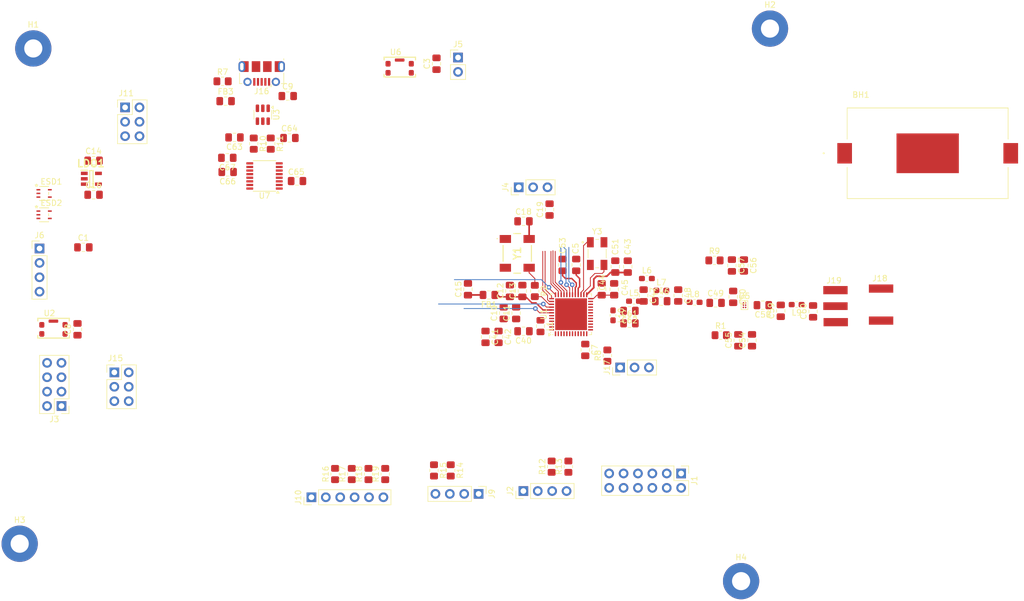
<source format=kicad_pcb>
(kicad_pcb (version 20240108) (generator "pcbnew") (generator_version "8.0")
  (layers (0 "F.Cu" signal) (1 "In1.Cu" signal) (2 "In2.Cu" signal) (31 "B.Cu" signal) (34 "B.Paste" user) (35 "F.Paste" user) (36 "B.SilkS" user "B.Silkscreen") (37 "F.SilkS" user "F.Silkscreen") (38 "B.Mask" user) (39 "F.Mask" user) (44 "Edge.Cuts" user))
  (net 0 "")
  (net 1 "Net-(BH1-+)")
  (net 2 "GND")
  (net 4 "+3.3V")
  (net 5 "Net-(J5-Pin_1)")
  (net 6 "/NRST")
  (net 7 "/VBUS_5V")
  (net 8 "+3.3VA")
  (net 9 "+5V")
  (net 10 "/LD_OUT_3V3")
  (net 11 "/VBAT")
  (net 12 "/VFBSMPS")
  (net 13 "/VR_PA")
  (net 14 "/RF2_3")
  (net 15 "/RF2_4")
  (net 16 "/RF2_1")
  (net 17 "/RF2_2")
  (net 18 "/VDD")
  (net 19 "/CTRL")
  (net 20 "/RFIN_1")
  (net 21 "/RFIN")
  (net 22 "/RFIN_2")
  (net 23 "/RFI_P")
  (net 24 "/RF1")
  (net 25 "/RFI_N")
  (net 26 "/USB_D+")
  (net 27 "/USB_D-")
  (net 28 "Net-(U7-3V3OUT)")
  (net 29 "/VBUS_5V_FB")
  (net 30 "/PC_5V")
  (net 31 "/5V_SW")
  (net 33 "/3V3_SW")
  (net 35 "/PC_3V3")
  (net 36 "/PA7")
  (net 37 "/PB2")
  (net 38 "/PA9")
  (net 39 "/PA0")
  (net 40 "/PB0")
  (net 41 "/PB12")
  (net 42 "/PA15")
  (net 43 "/PA5")
  (net 44 "/PB4")
  (net 45 "/PC15-OSC32_OUT")
  (net 46 "/PA8_MCO")
  (net 47 "Net-(J2-Pin_3)")
  (net 48 "Net-(J2-Pin_4)")
  (net 49 "/PA13_SWDIO")
  (net 50 "/PB3_SWO")
  (net 51 "/PA14_SWCLK")
  (net 52 "Net-(J9-Pin_3)")
  (net 53 "Net-(J9-Pin_4)")
  (net 54 "Net-(J10-Pin_5)")
  (net 55 "Net-(J10-Pin_6)")
  (net 56 "Net-(J10-Pin_4)")
  (net 57 "Net-(J10-Pin_3)")
  (net 58 "Net-(J16-ID)")
  (net 59 "/USB_D2-")
  (net 60 "/USB_D2+")
  (net 61 "/BOOT0J")
  (net 62 "/VLXSMPS")
  (net 63 "/RFO_HP")
  (net 65 "Net-(Y1-OUTPUT)")
  (net 66 "/PC14-OSC32_IN")
  (net 67 "/BOOT0")
  (net 68 "/PC13")
  (net 69 "/USBDP")
  (net 70 "/USBDM")
  (net 71 "/PA2_LPUART1_TX")
  (net 72 "/PA3_LPUART1_RX")
  (net 73 "/PB7_I2C1_SDA")
  (net 74 "/PB8_I2C1_SCL")
  (net 75 "/PA1_SPI1_SCK")
  (net 76 "/PA4_SPI1_NSS")
  (net 77 "/PA6_SPI1_MISO")
  (net 78 "/PB5_SPI1_MOSI")
  (net 79 "/PA10_USART1_RX")
  (net 80 "/PB6_USART1_TX")
  (net 81 "/PA12_USART1_RTS")
  (net 83 "/PH1-OSC_OUT")
  (net 84 "/PA11_USART1_CTS")
  (net 85 "/PH0-OSC_IN")
  (footprint "Personal_Project:SMA Clip Mount Adapter (bottom)" (layer "F.Cu") (at 209.4 77.4)
    (property "Reference" "J18")
    (property "Value" "~")
  )
  (footprint "Personal_Project:SOT323-5L_STM-L" (layer "F.Cu") (at 61.70965 61.549999)
    (property "Reference" "ESD2")
    (property "Value" "ESDALC6V1W5")
  )
  (footprint "Capacitor_SMD:C_0805_2012Metric_Pad1.18x1.45mm_HandSolder" (layer "F.Cu") (at 165 78.5 180)
    (property "Reference" "C62")
    (property "Value" "18p_GJM1555C1H120FB01")
  )
  (footprint "Resistor_SMD:R_0805_2012Metric_Pad1.20x1.40mm_HandSolder" (layer "F.Cu") (at 101.7 49 -90)
    (property "Reference" "R11")
    (property "Value" "27")
  )
  (footprint "Inductor_SMD:L_0603_1608Metric_Pad1.05x0.95mm_HandSolder" (layer "F.Cu") (at 165.8 76.8)
    (property "Reference" "L5")
    (property "Value" "6n8_LQW18AN6N8C00")
  )
  (footprint "Capacitor_SMD:C_0805_2012Metric_Pad1.18x1.45mm_HandSolder" (layer "F.Cu") (at 141.9 83.1 -90)
    (property "Reference" "C42")
    (property "Value" "100n")
  )
  (footprint "Capacitor_SMD:C_0805_2012Metric_Pad1.18x1.45mm_HandSolder" (layer "F.Cu") (at 67.6 81.7625 90)
    (property "Reference" "C8")
    (property "Value" "1uF")
  )
  (footprint "Capacitor_SMD:C_0805_2012Metric_Pad1.18x1.45mm_HandSolder" (layer "F.Cu") (at 139.6 83.1 -90)
    (property "Reference" "C41")
    (property "Value" "4u7")
  )
  (footprint "Capacitor_SMD:C_0805_2012Metric_Pad1.18x1.45mm_HandSolder" (layer "F.Cu") (at 70.4375 58.02)
    (property "Reference" "C16")
    (property "Value" "1u")
  )
  (footprint "Resistor_SMD:R_0805_2012Metric_Pad1.20x1.40mm_HandSolder" (layer "F.Cu") (at 121.9 107.3 90)
    (property "Reference" "R19")
    (property "Value" "100R")
  )
  (footprint "Resistor_SMD:R_0805_2012Metric_Pad1.20x1.40mm_HandSolder" (layer "F.Cu") (at 161.1 86.4 90)
    (property "Reference" "R8")
    (property "Value" "1k")
  )
  (footprint "Capacitor_SMD:C_0805_2012Metric_Pad1.18x1.45mm_HandSolder" (layer "F.Cu") (at 136.5 74.7 90)
    (property "Reference" "C15")
    (property "Value" "1u")
  )
  (footprint "Connector_PinHeader_2.54mm:PinHeader_1x03_P2.54mm_Vertical" (layer "F.Cu") (at 145.46 56.7 90)
    (property "Reference" "J4")
    (property "Value" "Coin Battery Jumper")
  )
  (footprint "Resistor_SMD:R_0805_2012Metric_Pad1.20x1.40mm_HandSolder" (layer "F.Cu") (at 116 107.3 90)
    (property "Reference" "R17")
    (property "Value" "100R")
  )
  (footprint "Capacitor_SMD:C_0805_2012Metric_Pad1.18x1.45mm_HandSolder" (layer "F.Cu") (at 160.1 74.7 90)
    (property "Reference" "C44")
    (property "Value" "47n")
  )
  (footprint "Personal_Project:PinHeader_2x03_P2.54mm_Vertical_PINS" (layer "F.Cu") (at 77.22 45.135)
    (property "Reference" "J11")
    (property "Value" "Power Select Jumpers")
  )
  (footprint "Capacitor_SMD:C_0805_2012Metric_Pad1.18x1.45mm_HandSolder" (layer "F.Cu") (at 143.9 75 90)
    (property "Reference" "C12")
    (property "Value" "100n")
  )
  (footprint "Capacitor_SMD:C_0805_2012Metric_Pad1.18x1.45mm_HandSolder" (layer "F.Cu") (at 183.075 70.5 -90)
    (property "Reference" "C57")
    (property "Value" "1n")
  )
  (footprint "Capacitor_SMD:C_0805_2012Metric_Pad1.18x1.45mm_HandSolder" (layer "F.Cu") (at 157.2 85.4 -90)
    (property "Reference" "C7")
    (property "Value" "100n")
  )
  (footprint "Package_SO:SSOP-16_3.9x4.9mm_P0.635mm" (layer "F.Cu") (at 100.6 54.7 180)
    (property "Reference" "U7")
    (property "Value" "FT230XS")
  )
  (footprint "Connector_PinHeader_2.54mm:PinHeader_1x02_P2.54mm_Vertical" (layer "F.Cu") (at 134.75 33.8)
    (property "Reference" "J5")
    (property "Value" "User Button Jumper")
  )
  (footprint "Resistor_SMD:R_0805_2012Metric_Pad1.20x1.40mm_HandSolder" (layer "F.Cu") (at 154.22 106 90)
    (property "Reference" "R13")
    (property "Value" "100R")
  )
  (footprint "MountingHole:MountingHole_3.2mm_M3_Pad" (layer "F.Cu") (at 57.4 119.6)
    (property "Reference" "H3")
    (property "Value" "MountingHole_Pad")
  )
  (footprint "Capacitor_SMD:C_0805_2012Metric_Pad1.18x1.45mm_HandSolder" (layer "F.Cu") (at 130.95 34.9 90)
    (property "Reference" "C3")
    (property "Value" "1uF")
  )
  (footprint "Capacitor_SMD:C_0805_2012Metric_Pad1.18x1.45mm_HandSolder" (layer "F.Cu") (at 105 48)
    (property "Reference" "C64")
    (property "Value" "47p")
  )
  (footprint "Connector_USB:USB_Micro-B_Molex-105017-0001" (layer "F.Cu") (at 100.1 36.6375 180)
    (property "Reference" "J16")
    (property "Value" "USB_B_Micro")
  )
  (footprint "Personal_Project:PinHeader_2x03_P2.54mm_Vertical_PINS" (layer "F.Cu") (at 75.32 91.895)
    (property "Reference" "J15")
    (property "Value" "Power Select Jumpers")
  )
  (footprint "Capacitor_SMD:C_0805_2012Metric_Pad1.18x1.45mm_HandSolder" (layer "F.Cu") (at 94.1 54 180)
    (property "Reference" "C66")
    (property "Value" "100n")
  )
  (footprint "MountingHole:MountingHole_3.2mm_M3_Pad" (layer "F.Cu") (at 184.7 126.2)
    (property "Reference" "H4")
    (property "Value" "MountingHole_Pad")
  )
  (footprint "Connector_PinHeader_2.54mm:PinHeader_1x04_P2.54mm_Vertical" (layer "F.Cu") (at 60.9 67.5)
    (property "Reference" "J6")
    (property "Value" "Power Pins")
  )
  (footprint "Personal_Project:Clock_ECS327MVATX7CNTR" (layer "F.Cu") (at 145.2 68.36 -90)
    (property "Reference" "Y1")
    (property "Value" "Clock_ECS-327MVATX-7-CN-TR" (hide yes))
  )
  (footprint "Connector_PinHeader_2.54mm:PinHeader_1x06_P2.54mm_Vertical" (layer "F.Cu") (at 108.88 111.4 90)
    (property "Reference" "J10")
    (property "Value" "SPI1_Headers")
  )
  (footprint "Personal_Project:Button_KMR231GLFS" (layer "F.Cu") (at 121.95 37)
    (property "Reference" "U6")
    (property "Value" "~")
  )
  (footprint "Resistor_SMD:R_0805_2012Metric_Pad1.20x1.40mm_HandSolder" (layer "F.Cu") (at 93.2 38)
    (property "Reference" "R7")
    (property "Value" "100k")
  )
  (footprint "Resistor_SMD:R_0805_2012Metric_Pad1.20x1.40mm_HandSolder" (layer "F.Cu") (at 113.05 107.3 90)
    (property "Reference" "R16")
    (property "Value" "100R")
  )
  (footprint "Connector_PinHeader_2.54mm:PinHeader_1x03_P2.54mm_Vertical" (layer "F.Cu") (at 163.36 88.5 90)
    (property "Reference" "J17")
    (property "Value" "BOOT0_Jumper")
  )
  (footprint "Resistor_SMD:R_0805_2012Metric_Pad1.20x1.40mm_HandSolder" (layer "F.Cu") (at 118.95 107.3 90)
    (property "Reference" "R18")
    (property "Value" "100R")
  )
  (footprint "Capacitor_SMD:C_0805_2012Metric_Pad1.18x1.45mm_HandSolder" (layer "F.Cu") (at 164.7 70.7 90)
    (property "Reference" "C43")
    (property "Value" "33p_GJM0335C1E330JB01D_MURATA")
  )
  (footprint "Capacitor_SMD:C_0805_2012Metric_Pad1.18x1.45mm_HandSolder" (layer "F.Cu") (at 180.2 77.1)
    (property "Reference" "C49")
    (property "Value" "220p_GRM1555C2A221GE01")
  )
  (footprint "Capacitor_SMD:C_0805_2012Metric_Pad1.18x1.45mm_HandSolder" (layer "F.Cu") (at 146.3 82.1 180)
    (property "Reference" "C40")
    (property "Value" "470n")
  )
  (footprint "Capacitor_SMD:C_0805_2012Metric_Pad1.18x1.45mm_HandSolder" (layer "F.Cu") (at 162.5 70.7 90)
    (property "Reference" "C51")
    (property "Value" "100n_FCC0402KRX7R7BB104")
  )
  (footprint "Capacitor_SMD:C_0805_2012Metric_Pad1.18x1.45mm_HandSolder" (layer "F.Cu") (at 95.3 47.9 180)
    (property "Reference" "C63")
    (property "Value" "47p")
  )
  (footprint "Capacitor_SMD:C_0805_2012Metric_Pad1.18x1.45mm_HandSolder" (layer "F.Cu") (at 191.7 78.5 90)
    (property "Reference" "C59")
    (property "Value" "22p_GJM1555C1H220FB01")
  )
  (footprint "Capacitor_SMD:C_0805_2012Metric_Pad1.18x1.45mm_HandSolder" (layer "F.Cu") (at 185.2 70.5 -90)
    (property "Reference" "C56")
    (property "Value" "10p")
  )
  (footprint "Capacitor_SMD:C_0805_2012Metric_Pad1.18x1.45mm_HandSolder" (layer "F.Cu") (at 104.7 40.6)
    (property "Reference" "C9")
    (property "Value" "10p")
  )
  (footprint "Capacitor_SMD:C_0805_2012Metric_Pad1.18x1.45mm_HandSolder" (layer "F.Cu") (at 145 78.9 90)
    (property "Reference" "C11")
    (property "Value" "100n")
  )
  (footprint "Personal_Project:Battery_Holder_1060TR" (layer "F.Cu") (at 217.625 50.7)
    (property "Reference" "BH1")
    (property "Value" "Battery_Holder_1060TR" (hide yes))
  )
  (footprint "Personal_Project:XTAL_ABM3B-32.000MHZ-10-R30-B1U-T" (layer "F.Cu") (at 159.3 68.4)
    (property "Reference" "Y3")
    (property "Value" "ABM3B-32.000MHZ-8-R30-B1U-T")
  )
  (footprint "Resistor_SMD:R_0805_2012Metric_Pad1.20x1.40mm_HandSolder" (layer "F.Cu") (at 98.7 49 -90)
    (property "Reference" "R10")
    (property "Value" "27")
  )
  (footprint "Package_TO_SOT_SMD:SOT-23-6" (layer "F.Cu") (at 100.3 43.9 -90)
    (property "Reference" "U3")
    (property "Value" "USBLC6-2SC6")
  )
  (footprint "Resistor_SMD:R_0805_2012Metric_Pad1.20x1.40mm_HandSolder" (layer "F.Cu") (at 148.3 75 -90)
    (property "Reference" "R2")
    (property "Value" "10R")
  )
  (footprint "Capacitor_SMD:C_0805_2012Metric_Pad1.18x1.45mm_HandSolder" (layer "F.Cu") (at 165 80.7)
    (property "Reference" "C61")
    (property "Value" "15p_GJM1555C1H150FB01")
  )
  (footprint "Capacitor_SMD:C_0805_2012Metric_Pad1.18x1.45mm_HandSolder" (layer "F.Cu") (at 153.2 70.4 90)
    (property "Reference" "C53")
    (property "Value" "33p_GJM0335C1E330JB01D_MURATA")
  )
  (footprint "Connector_PinHeader_2.54mm:PinHeader_1x04_P2.54mm_Vertical" (layer "F.Cu") (at 138.38 110.8 -90)
    (property "Reference" "J9")
    (property "Value" "I2C1_Headers")
  )
  (footprint "Personal_Project:SMA Clip Mount Adapter (top)" (layer "F.Cu") (at 201.3492 77.675)
    (property "Reference" "J19")
    (property "Value" "SMA PCB END LAUNCH JACK ROUND PO")
  )
  (footprint "Capacitor_SMD:C_0805_2012Metric_Pad1.18x1.45mm_HandSolder" (layer "F.Cu") (at 93.7375 41.5)
    (property "Reference" "FB3")
    (property "Value" "Part # MI0805K601R-10")
  )
  (footprint "Capacitor_SMD:C_0805_2012Metric_Pad1.18x1.45mm_HandSolder" (layer "F.Cu") (at 186.625 83.7 90)
    (property "Reference" "C54")
    (property "Value" "10p")
  )
  (footprint "Capacitor_SMD:C_0805_2012Metric_Pad1.18x1.45mm_HandSolder" (layer "F.Cu") (at 106.3375 55.6)
    (property "Reference" "C65")
    (property "Value" "100n")
  )
  (footprint "Inductor_SMD:L_0603_1608Metric_Pad1.05x0.95mm_HandSolder" (layer "F.Cu") (at 170.625 74.9)
    (property "Reference" "L7")
    (property "Value" "12n_LQW18AN12NG0Z")
  )
  (footprint "Capacitor_SMD:C_0805_2012Metric_Pad1.18x1.45mm_HandSolder" (layer "F.Cu") (at 173.6 75.8 -90)
    (property "Reference" "C48")
    (property "Value" "30p_GJM1555C1H300FB01")
  )
  (footprint "Inductor_SMD:L_0603_1608Metric_Pad1.05x0.95mm_HandSolder" (layer "F.Cu") (at 168.075 72.8)
    (property "Reference" "L6")
    (property "Value" "160n_LQW18ANR16G00")
  )
  (footprint "Resistor_SMD:R_0805_2012Metric_Pad1.20x1.40mm_HandSolder" (layer "F.Cu") (at 180 69.6)
    (property "Reference" "R9")
    (property "Value" "100R")
  )
  (footprint "Inductor_SMD:L_0603_1608Metric_Pad1.05x0.95mm_HandSolder" (layer "F.Cu") (at 162.1 79.3 -90)
    (property "Reference" "L10")
    (property "Value" "120n_LQW18ANR12G00")
  )
  (footprint "Capacitor_SMD:C_0805_2012Metric_Pad1.18x1.45mm_HandSolder" (layer "F.Cu") (at 70.4375 52)
    (property "Reference" "C14")
    (property "Value" "1u")
  )
  (footprint "Capacitor_SMD:C_0805_2012Metric_Pad1.18x1.45mm_HandSolder" (layer "F.Cu") (at 167.5 75.8 -90)
    (property "Reference" "C47")
    (property "Value" "18p_GJM1555C1H180FB01")
  )
  (footprint "Capacitor_SMD:C_0805_2012Metric_Pad1.18x1.45mm_HandSolder" (layer "F.Cu") (at 184.2 83.7 90)
    (property "Reference" "C55")
    (property "Value" "1n")
  )
  (footprint "Personal_Project:Button_KMR231GLFS" (layer "F.Cu") (at 60.85 83.075)
    (property "Reference" "U2")
    (property "Value" "~")
  )
  (footprint "Capacitor_SMD:C_0805_2012Metric_Pad1.18x1.45mm_HandSolder" (layer "F.Cu") (at 162.3 74.7 90)
    (property "Reference" "C45")
    (property "Value" "68p")
  )
  (footprint "Connector_PinHeader_2.54mm:PinHeader_2x06_P2.54mm_Vertical" (layer "F.Cu") (at 174.12 107.2 -90)
    (property "Reference" "J1")
    (property "Value" "Pin_Headers")
  )
  (footprint "Connector_PinHeader_2.54mm:PinHeader_1x04_P2.54mm_Vertical" (layer "F.Cu") (at 146.28 110.3 90)
    (property "Reference" "J2")
    (property "Value" "LPUART1_Headers")
  )
  (footprint "Capacitor_SMD:C_0805_2012Metric_Pad1.18x1.45mm_HandSolder" (layer "F.Cu") (at 183.3 76.0375 -90)
    (property "Reference" "C50")
    (property "Value" "18p_GJM1555C1H180FB01")
  )
  (footprint "MountingHole:MountingHole_3.2mm_M3_Pad" (layer "F.Cu") (at 189.8 28.7)
    (property "Reference" "H2")
    (property "Value" "MountingHole_Pad")
  )
  (footprint "Capacitor_SMD:C_0805_2012Metric_Pad1.18x1.45mm_HandSolder" (layer "F.Cu") (at 140.2 75.7 180)
    (property "Reference" "FB1")
    (property "Value" "BLM21PG601SN1D_0805")
  )
  (footprint "Capacitor_SMD:C_0805_2012Metric_Pad1.18x1.45mm_HandSolder" (layer "F.Cu") (at 197.4 78.6 90)
    (property "Reference" "C60")
    (property "Value" "22p_GJM1555C1H220FB01")
  )
  (footprint "Capacitor_SMD:C_0805_2012Metric_Pad1.18x1.45mm_HandSolder" (layer "F.Cu") (at 170.6 76.8)
    (property "Reference" "C46")
    (property "Value" "20p_GJM1555C1H200GB01")
  )
  (footprint "Capacitor_SMD:C_0805_2012Metric_Pad1.18x1.45mm_HandSolder" (layer "F.Cu") (at 188.5375 77.5 180)
    (property "Reference" "C58")
    (property "Value" "220p_GRM1555C2A221GE01")
  )
  (footprint "Capacitor_SMD:C_0805_2012Metric_Pad1.18x1.45mm_HandSolder" (layer "F.Cu") (at 150.9 60.6375 90)
    (property "Reference" "C19")
    (property "Value" "100n")
  )
  (footprint "Resistor_SMD:R_0805_2012Metric_Pad1.20x1.40mm_HandSolder" (layer "F.Cu") (at 130.51 106.66 -90)
    (property "Reference" "R15")
    (property "Value" "100R")
  )
  (footprint "Inductor_SMD:L_0805_2012Metric_Pad1.15x1.40mm_HandSolder" (layer "F.Cu") (at 149.3 81.2 -90)
    (property "Reference" "L1")
    (property "Value" "15u_MLZ2012M150W_TDK")
  )
  (footprint "Package_LGA:Infineon_PG-TSNP-6-10_0.7x1.1mm_0.7x1.1mm_P0.4mm" (layer "F.Cu") (at 185.3 77.5)
    (property "Reference" "U5")
    (property "Value" "BGS12WN6E6327")
  )
  (footprint "Connector_PinHeader_2.54mm:PinHeader_2x04_P2.54mm_Vertical" (layer "F.Cu") (at 64.775 95.3 180)
    (property "Reference" "J3")
    (property "Value" "Debug_Pins")
  )
  (footprint "Resistor_SMD:R_0805_2012Metric_Pad1.20x1.40mm_HandSolder" (layer "F.Cu") (at 181.1 82.8)
    (property "Reference" "R1")
    (property "Value" "100R")
  )
  (footprint "Resistor_SMD:R_0805_2012Metric_Pad1.20x1.40mm_HandSolder" (layer "F.Cu") (at 133.46 106.66 -90)
    (property "Reference" "R14")
    (property "Value" "100R")
  )
  (footprint "Personal_Project:SOT323-5L_STM-L" (layer "F.Cu") (at 61.70965 57.781399)
    (property "Reference" "ESD1")
    (property "Value" "ESDALC6V1W5")
  )
  (footprint "Personal_Project:LDO_SOT95P280X145-5N" (layer "F.Cu") (at 70.05 55.2)
    (property "Reference" "LDO1")
    (property "Value" "LDO_TLV75733PDBVR" (hide yes))
  )
  (footprint "Capacitor_SMD:C_0805_2012Metric_Pad1.18x1.45mm_HandSolder" (layer "F.Cu") (at 155.6 70.4 90)
    (property "Reference" "C5")
    (property "Value" "33p_GJM0335C1E330JB01D_MURATA")
  )
  (footprint "Capacitor_SMD:C_0805_2012Metric_Pad1.18x1.45mm_HandSolder" (layer "F.Cu") (at 142.8 78.9 90)
    (property "Reference" "C10")
    (property "Value" "100n")
  )
  (footprint "Capacitor_SMD:C_0805_2012Metric_Pad1.18x1.45mm_HandSolder" (layer "F.Cu") (at 94.0375 51.5 180)
    (property "Reference" "C67")
    (property "Value" "4u7")
  )
  (footprint "Resistor_SMD:R_0805_2012Metric_Pad1.20x1.40mm_HandSolder" (layer "F.Cu") (at 151.27 106 90)
    (property "Reference" "R12")
    (property "Value" "100R")
  )
  (footprint "MountingHole:MountingHole_3.2mm_M3_Pad" (layer "F.Cu") (at 59.8 32.2)
    (property "Reference" "H1")
    (property "Value" "MountingHole_Pad")
  )
  (footprint "Package_DFN_QFN:QFN-48-1EP_7x7mm_P0.5mm_EP5.6x5.6mm" (layer "F.Cu") (at 154.7 79.1 90)
    (property "Reference" "U1")
    (property "Value" "STM32WL55CCU6")
  )
  (footprint "Capacitor_SMD:C_0805_2012Metric_Pad1.18x1.45mm_HandSolder" (layer "F.Cu") (at 68.6375 67.3)
    (property "Reference" "C1")
    (property "Value" "4u7")
  )
  (footprint "Capacitor_SMD:C_0805_2012Metric_Pad1.18x1.45mm_HandSolder" (layer "F.Cu") (at 146.1 75 90)
    (property "Reference" "C13")
    (property "Value" "4u7")
  )
  (footprint "Capacitor_SMD:C_0805_2012Metric_Pad1.18x1.45mm_HandSolder" (layer "F.Cu") (at 146.3 62.7)
    (property "Reference" "C18")
    (property "Value" "10n")
  )
  (footprint "Inductor_SMD:L_0603_1608Metric_Pad1.05x0.95mm_HandSolder" (layer "F.Cu") (at 176.5 77)
    (property "Reference" "L8")
    (property "Value" "51n_LQW18AN51NG0Z")
  )
  (footprint "Inductor_SMD:L_0603_1608Metric_Pad1.05x0.95mm_HandSolder" (layer "F.Cu") (at 194.5 77.4 180)
    (property "Reference" "L9")
    (property "Value" "47n_LQW18AN47NG0Z")
  )
  (segment (start 136.5375 75.7) (end 136.5 75.7375) (width 0.3) (layer "F.Cu") (net 4))
  (segment (start 147.3 65.82) (end 147.3 62.7375) (width 0.3) (layer "F.Cu") (net 4))
  (segment (start 158.7 74.4125) (end 158.7 72.9) (width 0.3) (layer "F.Cu") (net 4))
  (segment (start 161.6625 71.7375) (end 162.5 71.7375) (width 0.3) (layer "F.Cu") (net 4))
  (segment (start 158.7 72.9) (end 159.2 72.4) (width 0.3) (layer "F.Cu") (net 4))
  (segment (start 162.5 71.7375) (end 164.7 71.7375) (width 0.3) (layer "F.Cu") (net 4))
  (segment (start 156.2 74.261701) (end 156.2 72.8) (width 0.25) (layer "F.Cu") (net 4))
  (segment (start 147.3 62.7375) (end 147.3375 62.7) (width 0.3) (layer "F.Cu") (net 4))
  (segment (start 155.6 72.2) (end 155.6 71.4375) (width 0.25) (layer "F.Cu") (net 4))
  (segment (start 138.6375 75.7) (end 136.5375 75.7) (width 0.3) (layer "F.Cu") (net 4))
  (segment (start 156.2 72.8) (end 155.6 72.2) (width 0.25) (layer "F.Cu") (net 4))
  (segment (start 155.95 75.6625) (end 155.95 74.511701) (width 0.25) (layer "F.Cu") (net 4))
  (segment (start 157.45 75.6625) (end 158.7 74.4125) (width 0.3) (layer "F.Cu") (net 4))
  (segment (start 155.95 74.511701) (end 156.2 74.261701) (width 0.25) (layer "F.Cu") (net 4))
  (segment (start 159.2 72.4) (end 161 72.4) (width 0.3) (layer "F.Cu") (net 4))
  (segment (start 161 72.4) (end 161.6625 71.7375) (width 0.3) (layer "F.Cu") (net 4))
  (segment (start 151.2625 78.35) (end 149.75 78.35) (width 0.25) (layer "F.Cu") (net 8))
  (segment (start 149.75 78.35) (end 148.5 77.1) (width 0.25) (layer "F.Cu") (net 8))
  (segment (start 146.1 76.0375) (end 143.9 76.0375) (width 0.25) (layer "F.Cu") (net 8))
  (segment (start 143.9 76.0375) (end 142.1 76.0375) (width 0.25) (layer "F.Cu") (net 8))
  (segment (start 142.1 76.0375) (end 141.7625 75.7) (width 0.25) (layer "F.Cu") (net 8))
  (segment (start 146.7174 76.0375) (end 146.1 76.0375) (width 0.25) (layer "F.Cu") (net 8))
  (segment (start 148.5 77.1) (end 147.7799 77.1) (width 0.25) (layer "F.Cu") (net 8))
  (segment (start 147.7799 77.1) (end 146.7174 76.0375) (width 0.25) (layer "F.Cu") (net 8))
  (segment (start 151.2625 75.8625) (end 150.117506 74.717506) (width 0.15) (layer "F.Cu") (net 11))
  (segment (start 150.117506 68.017506) (end 150.1 68) (width 0.15) (layer "F.Cu") (net 11))
  (segment (start 150.117506 74.717506) (end 150.117506 68.017506) (width 0.15) (layer "F.Cu") (net 11))
  (segment (start 151.2625 76.35) (end 151.2625 75.8625) (width 0.15) (layer "F.Cu") (net 11))
  (segment (start 155.45 75.6625) (end 155.45 74.375305) (width 0.25) (layer "F.Cu") (net 12))
  (segment (start 153.7 72.8) (end 153.2 72.3) (width 0.25) (layer "F.Cu") (net 12))
  (segment (start 155.45 74.375305) (end 155.625 74.200305) (width 0.25) (layer "F.Cu") (net 12))
  (segment (start 155.625 73.599695) (end 154.825305 72.8) (width 0.25) (layer "F.Cu") (net 12))
  (segment (start 155.625 74.200305) (end 155.625 73.599695) (width 0.25) (layer "F.Cu") (net 12))
  (segment (start 154.825305 72.8) (end 153.7 72.8) (width 0.25) (layer "F.Cu") (net 12))
  (segment (start 153.2 72.3) (end 153.2 71.4375) (width 0.25) (layer "F.Cu") (net 12))
  (segment (start 158.65 76.35) (end 159.2625 75.7375) (width 0.1565) (layer "F.Cu") (net 13))
  (segment (start 158.1375 76.35) (end 158.65 76.35) (width 0.1565) (layer "F.Cu") (net 13))
  (segment (start 159.2625 75.7375) (end 160.1 75.7375) (width 0.1565) (layer "F.Cu") (net 13))
  (segment (start 160.1 75.7375) (end 162.3 75.7375) (width 0.1565) (layer "F.Cu") (net 13))
  (segment (start 154.45 75.6625) (end 154.45 74.45) (width 0.15) (layer "F.Cu") (net 37))
  (segment (start 154.45 74.45) (end 153.9 73.9) (width 0.15) (layer "F.Cu") (net 37))
  (via (at 153.9 73.9) (size 0.8) (drill 0.4) (layers "F.Cu" "B.Cu") (net 37))
  (segment (start 153.8 73.8) (end 153.8 67.7) (width 0.15) (layer "B.Cu") (net 37))
  (segment (start 153.8 67.7) (end 153.4 67.3) (width 0.15) (layer "B.Cu") (net 37))
  (segment (start 153.9 73.9) (end 153.8 73.8) (width 0.15) (layer "B.Cu") (net 37))
  (segment (start 154.95 73.95) (end 154.9 73.9) (width 0.15) (layer "F.Cu") (net 40))
  (segment (start 154.95 75.6625) (end 154.95 73.95) (width 0.15) (layer "F.Cu") (net 40))
  (via (at 154.9 73.9) (size 0.8) (drill 0.4) (layers "F.Cu" "B.Cu") (net 40))
  (segment (start 154.9 73.9) (end 154.3 73.3) (width 0.15) (layer "B.Cu") (net 40))
  (segment (start 154.3 73.3) (end 154.3 67.3) (width 0.15) (layer "B.Cu") (net 40))
  (segment (start 152.9 73.9) (end 152.9 73.5) (width 0.15) (layer "F.Cu") (net 41))
  (segment (start 153.95 75.6625) (end 153.95 74.95) (width 0.15) (layer "F.Cu") (net 41))
  (segment (start 153.95 74.95) (end 152.9 73.9) (width 0.15) (layer "F.Cu") (net 41))
  (via (at 152.9 73.5) (size 0.8) (drill 0.4) (layers "F.Cu" "B.Cu") (net 41))
  (segment (start 152.9 67.5) (end 152.8 67.4) (width 0.15) (layer "B.Cu") (net 41))
  (segment (start 152.9 73.5) (end 152.9 67.5) (width 0.15) (layer "B.Cu") (net 41))
  (segment (start 150.35 77.85) (end 149.8 77.3) (width 0.15) (layer "F.Cu") (net 45))
  (segment (start 151.2625 77.85) (end 150.35 77.85) (width 0.15) (layer "F.Cu") (net 45))
  (via (at 149.8 77.3) (size 0.8) (drill 0.4) (layers "F.Cu" "B.Cu") (net 45))
  (segment (start 149.8 77.3) (end 131.3 77.3) (width 0.15) (layer "B.Cu") (net 45))
  (segment (start 150.792506 74.505006) (end 150.792506 74.342076) (width 0.15) (layer "F.Cu") (net 49))
  (segment (start 151.95 75.6625) (end 150.792506 74.505006) (width 0.15) (layer "F.Cu") (net 49))
  (via (at 150.792506 74.342076) (size 0.8) (drill 0.4) (layers "F.Cu" "B.Cu") (net 49))
  (segment (start 149.45043 73) (end 134.1 73) (width 0.15) (layer "B.Cu") (net 49))
  (segment (start 150.792506 74.342076) (end 149.45043 73) (width 0.15) (layer "B.Cu") (net 49))
  (segment (start 151.2625 78.85) (end 149.15 78.85) (width 0.15) (layer "F.Cu") (net 51))
  (segment (start 149.15 78.85) (end 148.4 78.1) (width 0.15) (layer "F.Cu") (net 51))
  (via (at 148.4 78.1) (size 0.8) (drill 0.4) (layers "F.Cu" "B.Cu") (net 51))
  (segment (start 148.4 78.1) (end 135.8 78.1) (width 0.15) (layer "B.Cu") (net 51))
  (segment (start 148.3 72.8) (end 147.3 71.8) (width 0.15) (layer "F.Cu") (net 65))
  (segment (start 148.3 74) (end 148.3 72.8) (width 0.15) (layer "F.Cu") (net 65))
  (segment (start 147.3 71.8) (end 147.3 70.9) (width 0.15) (layer "F.Cu") (net 65))
  (segment (start 151.2625 77.35) (end 150.825001 77.35) (width 0.15) (layer "F.Cu") (net 66))
  (segment (start 149.475001 76) (end 148.3 76) (width 0.15) (layer "F.Cu") (net 66))
  (segment (start 150.825001 77.35) (end 149.475001 76) (width 0.15) (layer "F.Cu") (net 66))
  (segment (start 150.84597 76.85) (end 150.55 76.55403) (width 0.15) (layer "F.Cu") (net 68))
  (segment (start 150.55 76.55403) (end 150.55 75.75) (width 0.15) (layer "F.Cu") (net 68))
  (segment (start 150.55 75.75) (end 149.7 74.9) (width 0.15) (layer "F.Cu") (net 68))
  (segment (start 151.2625 76.85) (end 150.84597 76.85) (width 0.15) (layer "F.Cu") (net 68))
  (segment (start 149.7 74.9) (end 149.7 68) (width 0.15) (layer "F.Cu") (net 68))
  (segment (start 153.45 75.6625) (end 153.45 75.004595) (width 0.15) (layer "F.Cu") (net 79))
  (segment (start 151.9 73.454595) (end 151.9 68) (width 0.15) (layer "F.Cu") (net 79))
  (segment (start 153.45 75.004595) (end 151.9 73.454595) (width 0.15) (layer "F.Cu") (net 79))
  (segment (start 152.45 75.044975) (end 151.15 73.744975) (width 0.15) (layer "F.Cu") (net 81))
  (segment (start 152.45 75.6625) (end 152.45 75.044975) (width 0.15) (layer "F.Cu") (net 81))
  (segment (start 151.15 73.744975) (end 151.15 68) (width 0.15) (layer "F.Cu") (net 81))
  (segment (start 157.5 66.4) (end 158.1 66.4) (width 0.15) (layer "F.Cu") (net 83))
  (segment (start 156.45 75.24597) (end 156.9 74.79597) (width 0.15) (layer "F.Cu") (net 83))
  (segment (start 156.9 67) (end 157.5 66.4) (width 0.15) (layer "F.Cu") (net 83))
  (segment (start 156.45 75.6625) (end 156.45 75.24597) (width 0.15) (layer "F.Cu") (net 83))
  (segment (start 156.9 74.79597) (end 156.9 67) (width 0.15) (layer "F.Cu") (net 83))
  (segment (start 152.95 75.6625) (end 152.95 75.05) (width 0.15) (layer "F.Cu") (net 84))
  (segment (start 152.95 75.05) (end 151.5 73.6) (width 0.15) (layer "F.Cu") (net 84))
  (segment (start 151.5 73.6) (end 151.5 67.9) (width 0.15) (layer "F.Cu") (net 84))
  (segment (start 158.1 74.1) (end 158.1 72.7) (width 0.15) (layer "F.Cu") (net 85))
  (segment (start 157.24597 74.95) (end 157.25 74.95) (width 0.15) (layer "F.Cu") (net 85))
  (segment (start 160.2 71.9) (end 160.5 71.6) (width 0.15) (layer "F.Cu") (net 85))
  (segment (start 157.25 74.95) (end 158.1 74.1) (width 0.15) (layer "F.Cu") (net 85))
  (segment (start 158.1 72.7) (end 158.9 71.9) (width 0.15) (layer "F.Cu") (net 85))
  (segment (start 158.9 71.9) (end 160.2 71.9) (width 0.15) (layer "F.Cu") (net 85))
  (segment (start 156.95 75.24597) (end 157.24597 74.95) (width 0.15) (layer "F.Cu") (net 85))
  (segment (start 160.5 71.6) (end 160.5 70.4) (width 0.15) (layer "F.Cu") (net 85))
  (segment (start 156.95 75.6625) (end 156.95 75.24597) (width 0.15) (layer "F.Cu") (net 85))
)
</source>
